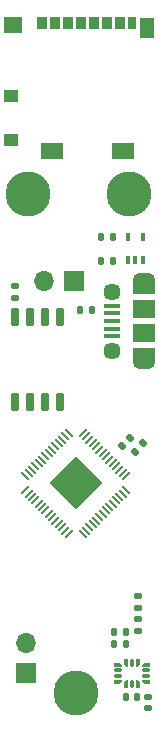
<source format=gbr>
%TF.GenerationSoftware,KiCad,Pcbnew,(6.0.7)*%
%TF.CreationDate,2022-08-25T19:07:38-04:00*%
%TF.ProjectId,msbaker,6d736261-6b65-4722-9e6b-696361645f70,3*%
%TF.SameCoordinates,Original*%
%TF.FileFunction,Soldermask,Top*%
%TF.FilePolarity,Negative*%
%FSLAX46Y46*%
G04 Gerber Fmt 4.6, Leading zero omitted, Abs format (unit mm)*
G04 Created by KiCad (PCBNEW (6.0.7)) date 2022-08-25 19:07:38*
%MOMM*%
%LPD*%
G01*
G04 APERTURE LIST*
G04 Aperture macros list*
%AMRoundRect*
0 Rectangle with rounded corners*
0 $1 Rounding radius*
0 $2 $3 $4 $5 $6 $7 $8 $9 X,Y pos of 4 corners*
0 Add a 4 corners polygon primitive as box body*
4,1,4,$2,$3,$4,$5,$6,$7,$8,$9,$2,$3,0*
0 Add four circle primitives for the rounded corners*
1,1,$1+$1,$2,$3*
1,1,$1+$1,$4,$5*
1,1,$1+$1,$6,$7*
1,1,$1+$1,$8,$9*
0 Add four rect primitives between the rounded corners*
20,1,$1+$1,$2,$3,$4,$5,0*
20,1,$1+$1,$4,$5,$6,$7,0*
20,1,$1+$1,$6,$7,$8,$9,0*
20,1,$1+$1,$8,$9,$2,$3,0*%
%AMFreePoly0*
4,1,48,0.134742,0.310782,0.138024,0.311361,0.140910,0.309695,0.150652,0.307977,0.165579,0.295451,0.182453,0.285709,0.184767,0.279350,0.189952,0.275000,0.193336,0.255809,0.200000,0.237500,0.200000,-0.237500,0.198282,-0.247242,0.198861,-0.250524,0.197195,-0.253410,0.195477,-0.263152,0.182951,-0.278079,0.173209,-0.294953,0.166850,-0.297267,0.162500,-0.302452,0.143309,-0.305836,
0.125000,-0.312500,0.081066,-0.312500,0.076480,-0.311691,0.074529,-0.312214,0.071540,-0.310820,0.055414,-0.307977,0.042871,-0.297452,0.028033,-0.290533,-0.178033,-0.084467,-0.180703,-0.080653,-0.182453,-0.079643,-0.183581,-0.076543,-0.192973,-0.063130,-0.194400,-0.046819,-0.200000,-0.031434,-0.200000,0.237500,-0.198282,0.247242,-0.198861,0.250524,-0.197195,0.253410,-0.195477,0.263152,
-0.182951,0.278079,-0.173209,0.294953,-0.166850,0.297267,-0.162500,0.302452,-0.143309,0.305836,-0.125000,0.312500,0.125000,0.312500,0.134742,0.310782,0.134742,0.310782,$1*%
%AMFreePoly1*
4,1,48,0.134742,0.310782,0.138024,0.311361,0.140910,0.309695,0.150652,0.307977,0.165579,0.295451,0.182453,0.285709,0.184767,0.279350,0.189952,0.275000,0.193336,0.255809,0.200000,0.237500,0.200000,-0.031434,0.199191,-0.036020,0.199714,-0.037971,0.198320,-0.040960,0.195477,-0.057086,0.184952,-0.069629,0.178033,-0.084467,-0.028033,-0.290533,-0.031847,-0.293203,-0.032857,-0.294953,
-0.035957,-0.296081,-0.049370,-0.305473,-0.065681,-0.306900,-0.081066,-0.312500,-0.125000,-0.312500,-0.134742,-0.310782,-0.138024,-0.311361,-0.140910,-0.309695,-0.150652,-0.307977,-0.165579,-0.295451,-0.182453,-0.285709,-0.184767,-0.279350,-0.189952,-0.275000,-0.193336,-0.255809,-0.200000,-0.237500,-0.200000,0.237500,-0.198282,0.247242,-0.198861,0.250524,-0.197195,0.253410,-0.195477,0.263152,
-0.182951,0.278079,-0.173209,0.294953,-0.166850,0.297267,-0.162500,0.302452,-0.143309,0.305836,-0.125000,0.312500,0.125000,0.312500,0.134742,0.310782,0.134742,0.310782,$1*%
%AMFreePoly2*
4,1,48,0.247242,0.198282,0.250524,0.198861,0.253410,0.197195,0.263152,0.195477,0.278079,0.182951,0.294953,0.173209,0.297267,0.166850,0.302452,0.162500,0.305836,0.143309,0.312500,0.125000,0.312500,-0.125000,0.310782,-0.134742,0.311361,-0.138024,0.309695,-0.140910,0.307977,-0.150652,0.295451,-0.165579,0.285709,-0.182453,0.279350,-0.184767,0.275000,-0.189952,0.255809,-0.193336,
0.237500,-0.200000,-0.237500,-0.200000,-0.247242,-0.198282,-0.250524,-0.198861,-0.253410,-0.197195,-0.263152,-0.195477,-0.278079,-0.182951,-0.294953,-0.173209,-0.297267,-0.166850,-0.302452,-0.162500,-0.305836,-0.143309,-0.312500,-0.125000,-0.312500,-0.081066,-0.311691,-0.076480,-0.312214,-0.074530,-0.310821,-0.071542,-0.307977,-0.055414,-0.297451,-0.042870,-0.290533,-0.028033,-0.084467,0.178033,
-0.080653,0.180703,-0.079643,0.182453,-0.076543,0.183581,-0.063130,0.192973,-0.046820,0.194400,-0.031434,0.200000,0.237500,0.200000,0.247242,0.198282,0.247242,0.198282,$1*%
%AMFreePoly3*
4,1,48,0.247242,0.198282,0.250524,0.198861,0.253410,0.197195,0.263152,0.195477,0.278079,0.182951,0.294953,0.173209,0.297267,0.166850,0.302452,0.162500,0.305836,0.143309,0.312500,0.125000,0.312500,-0.125000,0.310782,-0.134742,0.311361,-0.138024,0.309695,-0.140910,0.307977,-0.150652,0.295451,-0.165579,0.285709,-0.182453,0.279350,-0.184767,0.275000,-0.189952,0.255809,-0.193336,
0.237500,-0.200000,-0.031434,-0.200000,-0.036020,-0.199191,-0.037971,-0.199714,-0.040960,-0.198320,-0.057086,-0.195477,-0.069629,-0.184952,-0.084467,-0.178033,-0.290533,0.028033,-0.293203,0.031847,-0.294953,0.032857,-0.296081,0.035957,-0.305473,0.049370,-0.306900,0.065681,-0.312500,0.081066,-0.312500,0.125000,-0.310782,0.134742,-0.311361,0.138024,-0.309695,0.140910,-0.307977,0.150652,
-0.295451,0.165579,-0.285709,0.182453,-0.279350,0.184767,-0.275000,0.189952,-0.255809,0.193336,-0.237500,0.200000,0.237500,0.200000,0.247242,0.198282,0.247242,0.198282,$1*%
%AMFreePoly4*
4,1,48,-0.076480,0.311691,-0.074530,0.312214,-0.071542,0.310821,-0.055414,0.307977,-0.042870,0.297451,-0.028033,0.290533,0.178033,0.084467,0.180703,0.080653,0.182453,0.079643,0.183581,0.076543,0.192973,0.063130,0.194400,0.046820,0.200000,0.031434,0.200000,-0.237500,0.198282,-0.247242,0.198861,-0.250524,0.197195,-0.253410,0.195477,-0.263152,0.182951,-0.278079,0.173209,-0.294953,
0.166850,-0.297267,0.162500,-0.302452,0.143309,-0.305836,0.125000,-0.312500,-0.125000,-0.312500,-0.134742,-0.310782,-0.138024,-0.311361,-0.140910,-0.309695,-0.150652,-0.307977,-0.165579,-0.295451,-0.182453,-0.285709,-0.184767,-0.279350,-0.189952,-0.275000,-0.193336,-0.255809,-0.200000,-0.237500,-0.200000,0.237500,-0.198282,0.247242,-0.198861,0.250524,-0.197195,0.253410,-0.195477,0.263152,
-0.182951,0.278079,-0.173209,0.294953,-0.166850,0.297267,-0.162500,0.302452,-0.143309,0.305836,-0.125000,0.312500,-0.081066,0.312500,-0.076480,0.311691,-0.076480,0.311691,$1*%
%AMFreePoly5*
4,1,48,0.134742,0.310782,0.138024,0.311361,0.140910,0.309695,0.150652,0.307977,0.165579,0.295451,0.182453,0.285709,0.184767,0.279350,0.189952,0.275000,0.193336,0.255809,0.200000,0.237500,0.200000,-0.237500,0.198282,-0.247242,0.198861,-0.250524,0.197195,-0.253410,0.195477,-0.263152,0.182951,-0.278079,0.173209,-0.294953,0.166850,-0.297267,0.162500,-0.302452,0.143309,-0.305836,
0.125000,-0.312500,-0.125000,-0.312500,-0.134742,-0.310782,-0.138024,-0.311361,-0.140910,-0.309695,-0.150652,-0.307977,-0.165579,-0.295451,-0.182453,-0.285709,-0.184767,-0.279350,-0.189952,-0.275000,-0.193336,-0.255809,-0.200000,-0.237500,-0.200000,0.031434,-0.199191,0.036020,-0.199714,0.037970,-0.198321,0.040958,-0.195477,0.057086,-0.184951,0.069630,-0.178033,0.084467,0.028033,0.290533,
0.031847,0.293203,0.032857,0.294953,0.035957,0.296081,0.049370,0.305473,0.065680,0.306900,0.081066,0.312500,0.125000,0.312500,0.134742,0.310782,0.134742,0.310782,$1*%
%AMFreePoly6*
4,1,48,0.247242,0.198282,0.250524,0.198861,0.253410,0.197195,0.263152,0.195477,0.278079,0.182951,0.294953,0.173209,0.297267,0.166850,0.302452,0.162500,0.305836,0.143309,0.312500,0.125000,0.312500,0.081066,0.311691,0.076480,0.312214,0.074529,0.310820,0.071540,0.307977,0.055414,0.297452,0.042871,0.290533,0.028033,0.084467,-0.178033,0.080653,-0.180703,0.079643,-0.182453,
0.076543,-0.183581,0.063130,-0.192973,0.046819,-0.194400,0.031434,-0.200000,-0.237500,-0.200000,-0.247242,-0.198282,-0.250524,-0.198861,-0.253410,-0.197195,-0.263152,-0.195477,-0.278079,-0.182951,-0.294953,-0.173209,-0.297267,-0.166850,-0.302452,-0.162500,-0.305836,-0.143309,-0.312500,-0.125000,-0.312500,0.125000,-0.310782,0.134742,-0.311361,0.138024,-0.309695,0.140910,-0.307977,0.150652,
-0.295451,0.165579,-0.285709,0.182453,-0.279350,0.184767,-0.275000,0.189952,-0.255809,0.193336,-0.237500,0.200000,0.237500,0.200000,0.247242,0.198282,0.247242,0.198282,$1*%
%AMFreePoly7*
4,1,48,0.036020,0.199191,0.037970,0.199714,0.040958,0.198321,0.057086,0.195477,0.069630,0.184951,0.084467,0.178033,0.290533,-0.028033,0.293203,-0.031847,0.294953,-0.032857,0.296081,-0.035957,0.305473,-0.049370,0.306900,-0.065680,0.312500,-0.081066,0.312500,-0.125000,0.310782,-0.134742,0.311361,-0.138024,0.309695,-0.140910,0.307977,-0.150652,0.295451,-0.165579,0.285709,-0.182453,
0.279350,-0.184767,0.275000,-0.189952,0.255809,-0.193336,0.237500,-0.200000,-0.237500,-0.200000,-0.247242,-0.198282,-0.250524,-0.198861,-0.253410,-0.197195,-0.263152,-0.195477,-0.278079,-0.182951,-0.294953,-0.173209,-0.297267,-0.166850,-0.302452,-0.162500,-0.305836,-0.143309,-0.312500,-0.125000,-0.312500,0.125000,-0.310782,0.134742,-0.311361,0.138024,-0.309695,0.140910,-0.307977,0.150652,
-0.295451,0.165579,-0.285709,0.182453,-0.279350,0.184767,-0.275000,0.189952,-0.255809,0.193336,-0.237500,0.200000,0.031434,0.200000,0.036020,0.199191,0.036020,0.199191,$1*%
G04 Aperture macros list end*
%ADD10R,0.850000X1.100000*%
%ADD11R,0.750000X1.100000*%
%ADD12R,1.200000X1.000000*%
%ADD13R,1.550000X1.350000*%
%ADD14R,1.900000X1.350000*%
%ADD15R,1.170000X1.800000*%
%ADD16R,1.350000X0.400000*%
%ADD17R,1.900000X1.200000*%
%ADD18R,1.900000X1.500000*%
%ADD19O,1.900000X1.200000*%
%ADD20C,1.450000*%
%ADD21RoundRect,0.135000X0.135000X0.185000X-0.135000X0.185000X-0.135000X-0.185000X0.135000X-0.185000X0*%
%ADD22R,0.400000X0.650000*%
%ADD23RoundRect,0.150000X0.150000X-0.650000X0.150000X0.650000X-0.150000X0.650000X-0.150000X-0.650000X0*%
%ADD24FreePoly0,0.000000*%
%ADD25RoundRect,0.085000X-0.085000X-0.227500X0.085000X-0.227500X0.085000X0.227500X-0.085000X0.227500X0*%
%ADD26FreePoly1,0.000000*%
%ADD27FreePoly2,0.000000*%
%ADD28RoundRect,0.085000X-0.227500X-0.085000X0.227500X-0.085000X0.227500X0.085000X-0.227500X0.085000X0*%
%ADD29FreePoly3,0.000000*%
%ADD30FreePoly4,0.000000*%
%ADD31FreePoly5,0.000000*%
%ADD32FreePoly6,0.000000*%
%ADD33FreePoly7,0.000000*%
%ADD34C,3.800000*%
%ADD35RoundRect,0.140000X0.140000X0.170000X-0.140000X0.170000X-0.140000X-0.170000X0.140000X-0.170000X0*%
%ADD36RoundRect,0.135000X-0.185000X0.135000X-0.185000X-0.135000X0.185000X-0.135000X0.185000X0.135000X0*%
%ADD37RoundRect,0.140000X0.170000X-0.140000X0.170000X0.140000X-0.170000X0.140000X-0.170000X-0.140000X0*%
%ADD38RoundRect,0.135000X0.035355X-0.226274X0.226274X-0.035355X-0.035355X0.226274X-0.226274X0.035355X0*%
%ADD39RoundRect,0.135000X-0.135000X-0.185000X0.135000X-0.185000X0.135000X0.185000X-0.135000X0.185000X0*%
%ADD40RoundRect,0.147500X0.172500X-0.147500X0.172500X0.147500X-0.172500X0.147500X-0.172500X-0.147500X0*%
%ADD41RoundRect,0.050000X-0.309359X0.238649X0.238649X-0.309359X0.309359X-0.238649X-0.238649X0.309359X0*%
%ADD42RoundRect,0.050000X-0.309359X-0.238649X-0.238649X-0.309359X0.309359X0.238649X0.238649X0.309359X0*%
%ADD43RoundRect,0.144000X-2.059095X0.000000X0.000000X-2.059095X2.059095X0.000000X0.000000X2.059095X0*%
%ADD44R,1.700000X1.700000*%
%ADD45O,1.700000X1.700000*%
%ADD46RoundRect,0.140000X-0.170000X0.140000X-0.170000X-0.140000X0.170000X-0.140000X0.170000X0.140000X0*%
%ADD47RoundRect,0.140000X-0.140000X-0.170000X0.140000X-0.170000X0.140000X0.170000X-0.140000X0.170000X0*%
G04 APERTURE END LIST*
D10*
%TO.C,J2*%
X181395000Y-68550000D03*
X182495000Y-68550000D03*
X183595000Y-68550000D03*
X184695000Y-68550000D03*
X185795000Y-68550000D03*
X186895000Y-68550000D03*
X187995000Y-68550000D03*
D11*
X189045000Y-68550000D03*
D12*
X178760000Y-74700000D03*
X178760000Y-78400000D03*
D13*
X178935000Y-68675000D03*
D14*
X182260000Y-79375000D03*
X188230000Y-79375000D03*
D15*
X190255000Y-68900000D03*
%TD*%
D16*
%TO.C,J1*%
X187300000Y-95050000D03*
X187300000Y-94400000D03*
X187300000Y-93750000D03*
X187300000Y-93100000D03*
X187300000Y-92450000D03*
D17*
X190000000Y-90850000D03*
D18*
X190000000Y-94750000D03*
X190000000Y-92750000D03*
D19*
X190000000Y-90250000D03*
X190000000Y-97250000D03*
D17*
X190000000Y-96650000D03*
D20*
X187300000Y-91250000D03*
X187300000Y-96250000D03*
%TD*%
D21*
%TO.C,R2*%
X188510000Y-120100000D03*
X187490000Y-120100000D03*
%TD*%
D22*
%TO.C,U1*%
X188650000Y-88550000D03*
X189300000Y-88550000D03*
X189950000Y-88550000D03*
X189950000Y-86650000D03*
X188650000Y-86650000D03*
%TD*%
D23*
%TO.C,U2*%
X179095000Y-100600000D03*
X180365000Y-100600000D03*
X181635000Y-100600000D03*
X182905000Y-100600000D03*
X182905000Y-93400000D03*
X181635000Y-93400000D03*
X180365000Y-93400000D03*
X179095000Y-93400000D03*
%TD*%
D24*
%TO.C,U4*%
X188500000Y-122675000D03*
D25*
X189000000Y-122675000D03*
D26*
X189500000Y-122675000D03*
D27*
X190162500Y-122837500D03*
D28*
X190162500Y-123337500D03*
X190162500Y-123837500D03*
D29*
X190162500Y-124337500D03*
D30*
X189500000Y-124500000D03*
D25*
X189000000Y-124500000D03*
D31*
X188500000Y-124500000D03*
D32*
X187837500Y-124337500D03*
D28*
X187837500Y-123837500D03*
X187837500Y-123337500D03*
D33*
X187837500Y-122837500D03*
%TD*%
D34*
%TO.C,M2*%
X188750000Y-83000000D03*
%TD*%
D35*
%TO.C,C3*%
X187380000Y-86600000D03*
X186420000Y-86600000D03*
%TD*%
D34*
%TO.C,M2*%
X180250000Y-83000000D03*
%TD*%
D36*
%TO.C,R7*%
X189500000Y-116990000D03*
X189500000Y-118010000D03*
%TD*%
D34*
%TO.C,M2*%
X184250000Y-125250000D03*
%TD*%
D37*
%TO.C,C6*%
X179100000Y-91780000D03*
X179100000Y-90820000D03*
%TD*%
D21*
%TO.C,R1*%
X188510000Y-121100000D03*
X187490000Y-121100000D03*
%TD*%
D38*
%TO.C,R6*%
X189239376Y-104810624D03*
X189960624Y-104089376D03*
%TD*%
D39*
%TO.C,R3*%
X184590000Y-92800000D03*
X185610000Y-92800000D03*
%TD*%
D40*
%TO.C,D1*%
X189500000Y-119985000D03*
X189500000Y-119015000D03*
%TD*%
D38*
%TO.C,R5*%
X188860624Y-103639376D03*
X188139376Y-104360624D03*
%TD*%
D41*
%TO.C,U3*%
X183657798Y-103230843D03*
X183374955Y-103513686D03*
X183092113Y-103796528D03*
X182809270Y-104079371D03*
X182526427Y-104362214D03*
X182243585Y-104645056D03*
X181960742Y-104927899D03*
X181677899Y-105210742D03*
X181395056Y-105493585D03*
X181112214Y-105776427D03*
X180829371Y-106059270D03*
X180546528Y-106342113D03*
X180263686Y-106624955D03*
X179980843Y-106907798D03*
D42*
X179980843Y-108092202D03*
X180263686Y-108375045D03*
X180546528Y-108657887D03*
X180829371Y-108940730D03*
X181112214Y-109223573D03*
X181395056Y-109506415D03*
X181677899Y-109789258D03*
X181960742Y-110072101D03*
X182243585Y-110354944D03*
X182526427Y-110637786D03*
X182809270Y-110920629D03*
X183092113Y-111203472D03*
X183374955Y-111486314D03*
X183657798Y-111769157D03*
D41*
X184842202Y-111769157D03*
X185125045Y-111486314D03*
X185407887Y-111203472D03*
X185690730Y-110920629D03*
X185973573Y-110637786D03*
X186256415Y-110354944D03*
X186539258Y-110072101D03*
X186822101Y-109789258D03*
X187104944Y-109506415D03*
X187387786Y-109223573D03*
X187670629Y-108940730D03*
X187953472Y-108657887D03*
X188236314Y-108375045D03*
X188519157Y-108092202D03*
D42*
X188519157Y-106907798D03*
X188236314Y-106624955D03*
X187953472Y-106342113D03*
X187670629Y-106059270D03*
X187387786Y-105776427D03*
X187104944Y-105493585D03*
X186822101Y-105210742D03*
X186539258Y-104927899D03*
X186256415Y-104645056D03*
X185973573Y-104362214D03*
X185690730Y-104079371D03*
X185407887Y-103796528D03*
X185125045Y-103513686D03*
X184842202Y-103230843D03*
D43*
X184250000Y-107500000D03*
%TD*%
D44*
%TO.C,JP1*%
X184075000Y-90400000D03*
D45*
X181535000Y-90400000D03*
%TD*%
D46*
%TO.C,C13*%
X190400000Y-125570000D03*
X190400000Y-126530000D03*
%TD*%
D35*
%TO.C,C1*%
X187380000Y-88700000D03*
X186420000Y-88700000D03*
%TD*%
D44*
%TO.C,JP2*%
X180000000Y-123540000D03*
D45*
X180000000Y-121000000D03*
%TD*%
D47*
%TO.C,C11*%
X188490000Y-125587500D03*
X189450000Y-125587500D03*
%TD*%
M02*

</source>
